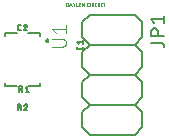
<source format=gbr>
G04 EAGLE Gerber RS-274X export*
G75*
%MOMM*%
%FSLAX34Y34*%
%LPD*%
%INSilkscreen Top*%
%IPPOS*%
%AMOC8*
5,1,8,0,0,1.08239X$1,22.5*%
G01*
%ADD10C,0.025400*%
%ADD11C,0.127000*%
%ADD12C,0.200000*%
%ADD13C,0.101600*%
%ADD14C,0.152400*%


D10*
X75057Y134239D02*
X75057Y137033D01*
X75833Y137033D01*
X75888Y137031D01*
X75943Y137025D01*
X75998Y137015D01*
X76052Y137002D01*
X76104Y136984D01*
X76155Y136963D01*
X76205Y136938D01*
X76253Y136910D01*
X76298Y136878D01*
X76341Y136843D01*
X76382Y136806D01*
X76419Y136765D01*
X76454Y136722D01*
X76486Y136677D01*
X76514Y136629D01*
X76539Y136579D01*
X76560Y136528D01*
X76578Y136476D01*
X76591Y136422D01*
X76601Y136367D01*
X76607Y136312D01*
X76609Y136257D01*
X76609Y135015D01*
X76607Y134962D01*
X76602Y134909D01*
X76593Y134857D01*
X76580Y134806D01*
X76564Y134755D01*
X76545Y134706D01*
X76522Y134658D01*
X76496Y134612D01*
X76467Y134567D01*
X76435Y134525D01*
X76400Y134485D01*
X76363Y134448D01*
X76323Y134413D01*
X76280Y134381D01*
X76236Y134352D01*
X76190Y134326D01*
X76142Y134303D01*
X76093Y134284D01*
X76042Y134268D01*
X75991Y134255D01*
X75939Y134246D01*
X75886Y134241D01*
X75833Y134239D01*
X75057Y134239D01*
X77736Y134239D02*
X78668Y137033D01*
X79599Y134239D01*
X79366Y134938D02*
X77969Y134938D01*
X80480Y137033D02*
X81411Y135714D01*
X82342Y137033D01*
X81411Y135714D02*
X81411Y134239D01*
X83475Y134239D02*
X83475Y137033D01*
X83475Y134239D02*
X84717Y134239D01*
X85852Y134239D02*
X87094Y134239D01*
X85852Y134239D02*
X85852Y137033D01*
X87094Y137033D01*
X86784Y135791D02*
X85852Y135791D01*
X88224Y137033D02*
X88224Y134239D01*
X89776Y134239D02*
X88224Y137033D01*
X89776Y137033D02*
X89776Y134239D01*
X93135Y134239D02*
X93755Y134239D01*
X93135Y134239D02*
X93086Y134241D01*
X93038Y134247D01*
X92990Y134256D01*
X92943Y134269D01*
X92897Y134286D01*
X92853Y134307D01*
X92811Y134331D01*
X92770Y134358D01*
X92732Y134388D01*
X92696Y134421D01*
X92663Y134457D01*
X92633Y134495D01*
X92606Y134536D01*
X92582Y134578D01*
X92561Y134622D01*
X92544Y134668D01*
X92531Y134715D01*
X92522Y134763D01*
X92516Y134811D01*
X92514Y134860D01*
X92514Y136412D01*
X92516Y136461D01*
X92522Y136509D01*
X92531Y136557D01*
X92544Y136604D01*
X92561Y136650D01*
X92582Y136694D01*
X92606Y136736D01*
X92633Y136777D01*
X92663Y136815D01*
X92696Y136851D01*
X92732Y136884D01*
X92770Y136914D01*
X92811Y136941D01*
X92853Y136965D01*
X92897Y136986D01*
X92943Y137003D01*
X92990Y137016D01*
X93038Y137025D01*
X93086Y137031D01*
X93135Y137033D01*
X93755Y137033D01*
X95035Y137033D02*
X95035Y134239D01*
X94725Y134239D02*
X95346Y134239D01*
X95346Y137033D02*
X94725Y137033D01*
X96563Y137033D02*
X96563Y134239D01*
X96563Y137033D02*
X97339Y137033D01*
X97394Y137031D01*
X97449Y137025D01*
X97504Y137015D01*
X97558Y137002D01*
X97610Y136984D01*
X97661Y136963D01*
X97711Y136938D01*
X97759Y136910D01*
X97804Y136878D01*
X97847Y136843D01*
X97888Y136806D01*
X97925Y136765D01*
X97960Y136722D01*
X97992Y136677D01*
X98020Y136629D01*
X98045Y136579D01*
X98066Y136528D01*
X98084Y136476D01*
X98097Y136422D01*
X98107Y136367D01*
X98113Y136312D01*
X98115Y136257D01*
X98113Y136202D01*
X98107Y136147D01*
X98097Y136092D01*
X98084Y136038D01*
X98066Y135986D01*
X98045Y135935D01*
X98020Y135885D01*
X97992Y135837D01*
X97960Y135792D01*
X97925Y135749D01*
X97888Y135708D01*
X97847Y135671D01*
X97804Y135636D01*
X97759Y135604D01*
X97711Y135576D01*
X97661Y135551D01*
X97610Y135530D01*
X97558Y135512D01*
X97504Y135499D01*
X97449Y135489D01*
X97394Y135483D01*
X97339Y135481D01*
X96563Y135481D01*
X97495Y135481D02*
X98115Y134239D01*
X99901Y134239D02*
X100522Y134239D01*
X99901Y134239D02*
X99852Y134241D01*
X99804Y134247D01*
X99756Y134256D01*
X99709Y134269D01*
X99663Y134286D01*
X99619Y134307D01*
X99577Y134331D01*
X99536Y134358D01*
X99498Y134388D01*
X99462Y134421D01*
X99429Y134457D01*
X99399Y134495D01*
X99372Y134536D01*
X99348Y134578D01*
X99327Y134622D01*
X99310Y134668D01*
X99297Y134715D01*
X99288Y134763D01*
X99282Y134811D01*
X99280Y134860D01*
X99280Y136412D01*
X99282Y136461D01*
X99288Y136509D01*
X99297Y136557D01*
X99310Y136604D01*
X99327Y136650D01*
X99348Y136694D01*
X99372Y136736D01*
X99399Y136777D01*
X99429Y136815D01*
X99462Y136851D01*
X99498Y136884D01*
X99536Y136914D01*
X99577Y136941D01*
X99619Y136965D01*
X99663Y136986D01*
X99709Y137003D01*
X99756Y137016D01*
X99804Y137025D01*
X99852Y137031D01*
X99901Y137033D01*
X100522Y137033D01*
X101666Y137033D02*
X101666Y135015D01*
X101668Y134960D01*
X101674Y134905D01*
X101684Y134850D01*
X101697Y134796D01*
X101715Y134744D01*
X101736Y134693D01*
X101761Y134643D01*
X101789Y134595D01*
X101821Y134550D01*
X101856Y134507D01*
X101893Y134466D01*
X101934Y134429D01*
X101977Y134394D01*
X102022Y134362D01*
X102070Y134334D01*
X102120Y134309D01*
X102171Y134288D01*
X102223Y134270D01*
X102277Y134257D01*
X102332Y134247D01*
X102387Y134241D01*
X102442Y134239D01*
X102497Y134241D01*
X102552Y134247D01*
X102607Y134257D01*
X102661Y134270D01*
X102713Y134288D01*
X102764Y134309D01*
X102814Y134334D01*
X102862Y134362D01*
X102907Y134394D01*
X102950Y134429D01*
X102991Y134466D01*
X103028Y134507D01*
X103063Y134550D01*
X103095Y134595D01*
X103123Y134643D01*
X103148Y134693D01*
X103169Y134744D01*
X103187Y134796D01*
X103200Y134850D01*
X103210Y134905D01*
X103216Y134960D01*
X103218Y135015D01*
X103218Y137033D01*
X104728Y137033D02*
X104728Y134239D01*
X105038Y134239D02*
X104417Y134239D01*
X104417Y137033D02*
X105038Y137033D01*
X106739Y137033D02*
X106739Y134239D01*
X105963Y137033D02*
X107516Y137033D01*
D11*
X89281Y100104D02*
X89281Y99032D01*
X89279Y98967D01*
X89273Y98903D01*
X89263Y98839D01*
X89250Y98775D01*
X89232Y98713D01*
X89211Y98652D01*
X89187Y98592D01*
X89158Y98534D01*
X89126Y98477D01*
X89091Y98423D01*
X89053Y98371D01*
X89011Y98321D01*
X88967Y98274D01*
X88920Y98230D01*
X88870Y98188D01*
X88818Y98150D01*
X88764Y98115D01*
X88707Y98083D01*
X88649Y98054D01*
X88589Y98030D01*
X88528Y98009D01*
X88466Y97991D01*
X88402Y97978D01*
X88338Y97968D01*
X88274Y97962D01*
X88209Y97960D01*
X88209Y97959D02*
X85527Y97959D01*
X85462Y97961D01*
X85398Y97967D01*
X85334Y97977D01*
X85270Y97990D01*
X85208Y98008D01*
X85147Y98029D01*
X85087Y98054D01*
X85028Y98082D01*
X84972Y98114D01*
X84917Y98149D01*
X84865Y98187D01*
X84815Y98229D01*
X84768Y98273D01*
X84724Y98320D01*
X84682Y98370D01*
X84644Y98422D01*
X84609Y98477D01*
X84577Y98533D01*
X84549Y98592D01*
X84524Y98651D01*
X84503Y98713D01*
X84485Y98775D01*
X84472Y98839D01*
X84462Y98903D01*
X84456Y98967D01*
X84454Y99032D01*
X84455Y99032D02*
X84455Y100104D01*
X85527Y102560D02*
X84455Y103900D01*
X89281Y103900D01*
X89281Y102560D02*
X89281Y105241D01*
X36604Y113919D02*
X35532Y113919D01*
X35467Y113921D01*
X35403Y113927D01*
X35339Y113937D01*
X35275Y113950D01*
X35213Y113968D01*
X35152Y113989D01*
X35092Y114013D01*
X35034Y114042D01*
X34977Y114074D01*
X34923Y114109D01*
X34871Y114147D01*
X34821Y114189D01*
X34774Y114233D01*
X34730Y114280D01*
X34688Y114330D01*
X34650Y114382D01*
X34615Y114436D01*
X34583Y114493D01*
X34554Y114551D01*
X34530Y114611D01*
X34509Y114672D01*
X34491Y114734D01*
X34478Y114798D01*
X34468Y114862D01*
X34462Y114926D01*
X34460Y114991D01*
X34459Y114991D02*
X34459Y117673D01*
X34460Y117673D02*
X34462Y117738D01*
X34468Y117802D01*
X34478Y117866D01*
X34491Y117930D01*
X34509Y117992D01*
X34530Y118053D01*
X34554Y118113D01*
X34583Y118171D01*
X34615Y118228D01*
X34650Y118282D01*
X34688Y118334D01*
X34730Y118384D01*
X34774Y118431D01*
X34821Y118475D01*
X34871Y118517D01*
X34923Y118555D01*
X34977Y118590D01*
X35034Y118622D01*
X35092Y118651D01*
X35152Y118675D01*
X35213Y118696D01*
X35275Y118714D01*
X35339Y118727D01*
X35403Y118737D01*
X35467Y118743D01*
X35532Y118745D01*
X36604Y118745D01*
X40534Y118745D02*
X40602Y118743D01*
X40669Y118737D01*
X40736Y118728D01*
X40803Y118715D01*
X40868Y118698D01*
X40933Y118677D01*
X40996Y118653D01*
X41058Y118625D01*
X41118Y118594D01*
X41176Y118560D01*
X41232Y118522D01*
X41287Y118482D01*
X41338Y118438D01*
X41387Y118391D01*
X41434Y118342D01*
X41478Y118291D01*
X41518Y118236D01*
X41556Y118180D01*
X41590Y118122D01*
X41621Y118062D01*
X41649Y118000D01*
X41673Y117937D01*
X41694Y117872D01*
X41711Y117807D01*
X41724Y117740D01*
X41733Y117673D01*
X41739Y117606D01*
X41741Y117538D01*
X40534Y118745D02*
X40456Y118743D01*
X40378Y118737D01*
X40301Y118727D01*
X40224Y118714D01*
X40148Y118696D01*
X40073Y118675D01*
X39999Y118650D01*
X39927Y118621D01*
X39856Y118589D01*
X39787Y118553D01*
X39719Y118514D01*
X39654Y118471D01*
X39591Y118425D01*
X39530Y118376D01*
X39472Y118324D01*
X39417Y118269D01*
X39364Y118212D01*
X39315Y118152D01*
X39268Y118089D01*
X39225Y118025D01*
X39185Y117958D01*
X39148Y117889D01*
X39115Y117818D01*
X39085Y117746D01*
X39059Y117673D01*
X41339Y116600D02*
X41388Y116649D01*
X41435Y116701D01*
X41478Y116756D01*
X41519Y116813D01*
X41557Y116872D01*
X41591Y116933D01*
X41622Y116996D01*
X41650Y117060D01*
X41674Y117126D01*
X41694Y117192D01*
X41711Y117260D01*
X41724Y117329D01*
X41733Y117398D01*
X41739Y117468D01*
X41741Y117538D01*
X41339Y116600D02*
X39060Y113919D01*
X41741Y113919D01*
X43100Y66400D02*
X53100Y66400D01*
X53100Y68900D01*
X33100Y66400D02*
X23100Y66400D01*
X23100Y68900D01*
X23100Y108900D02*
X23100Y111400D01*
X33100Y111400D01*
X43100Y111400D02*
X53100Y111400D01*
X53100Y108900D01*
D12*
X58100Y105190D02*
X58102Y105253D01*
X58108Y105315D01*
X58118Y105377D01*
X58131Y105439D01*
X58149Y105499D01*
X58170Y105558D01*
X58195Y105616D01*
X58224Y105672D01*
X58256Y105726D01*
X58291Y105778D01*
X58329Y105827D01*
X58371Y105875D01*
X58415Y105919D01*
X58463Y105961D01*
X58512Y105999D01*
X58564Y106034D01*
X58618Y106066D01*
X58674Y106095D01*
X58732Y106120D01*
X58791Y106141D01*
X58851Y106159D01*
X58913Y106172D01*
X58975Y106182D01*
X59037Y106188D01*
X59100Y106190D01*
X59163Y106188D01*
X59225Y106182D01*
X59287Y106172D01*
X59349Y106159D01*
X59409Y106141D01*
X59468Y106120D01*
X59526Y106095D01*
X59582Y106066D01*
X59636Y106034D01*
X59688Y105999D01*
X59737Y105961D01*
X59785Y105919D01*
X59829Y105875D01*
X59871Y105827D01*
X59909Y105778D01*
X59944Y105726D01*
X59976Y105672D01*
X60005Y105616D01*
X60030Y105558D01*
X60051Y105499D01*
X60069Y105439D01*
X60082Y105377D01*
X60092Y105315D01*
X60098Y105253D01*
X60100Y105190D01*
X60098Y105127D01*
X60092Y105065D01*
X60082Y105003D01*
X60069Y104941D01*
X60051Y104881D01*
X60030Y104822D01*
X60005Y104764D01*
X59976Y104708D01*
X59944Y104654D01*
X59909Y104602D01*
X59871Y104553D01*
X59829Y104505D01*
X59785Y104461D01*
X59737Y104419D01*
X59688Y104381D01*
X59636Y104346D01*
X59582Y104314D01*
X59526Y104285D01*
X59468Y104260D01*
X59409Y104239D01*
X59349Y104221D01*
X59287Y104208D01*
X59225Y104198D01*
X59163Y104192D01*
X59100Y104190D01*
X59037Y104192D01*
X58975Y104198D01*
X58913Y104208D01*
X58851Y104221D01*
X58791Y104239D01*
X58732Y104260D01*
X58674Y104285D01*
X58618Y104314D01*
X58564Y104346D01*
X58512Y104381D01*
X58463Y104419D01*
X58415Y104461D01*
X58371Y104505D01*
X58329Y104553D01*
X58291Y104602D01*
X58256Y104654D01*
X58224Y104708D01*
X58195Y104764D01*
X58170Y104822D01*
X58149Y104881D01*
X58131Y104941D01*
X58118Y105003D01*
X58108Y105065D01*
X58102Y105127D01*
X58100Y105190D01*
D13*
X63468Y100060D02*
X71906Y100060D01*
X71906Y100059D02*
X72019Y100061D01*
X72132Y100067D01*
X72245Y100077D01*
X72358Y100091D01*
X72470Y100108D01*
X72581Y100130D01*
X72691Y100155D01*
X72801Y100185D01*
X72909Y100218D01*
X73016Y100255D01*
X73122Y100295D01*
X73226Y100340D01*
X73329Y100388D01*
X73430Y100439D01*
X73529Y100494D01*
X73626Y100552D01*
X73721Y100614D01*
X73814Y100679D01*
X73904Y100747D01*
X73992Y100818D01*
X74078Y100893D01*
X74161Y100970D01*
X74241Y101050D01*
X74318Y101133D01*
X74393Y101219D01*
X74464Y101307D01*
X74532Y101397D01*
X74597Y101490D01*
X74659Y101585D01*
X74717Y101682D01*
X74772Y101781D01*
X74823Y101882D01*
X74871Y101985D01*
X74916Y102089D01*
X74956Y102195D01*
X74993Y102302D01*
X75026Y102410D01*
X75056Y102520D01*
X75081Y102630D01*
X75103Y102741D01*
X75120Y102853D01*
X75134Y102966D01*
X75144Y103079D01*
X75150Y103192D01*
X75152Y103305D01*
X75150Y103418D01*
X75144Y103531D01*
X75134Y103644D01*
X75120Y103757D01*
X75103Y103869D01*
X75081Y103980D01*
X75056Y104090D01*
X75026Y104200D01*
X74993Y104308D01*
X74956Y104415D01*
X74916Y104521D01*
X74871Y104625D01*
X74823Y104728D01*
X74772Y104829D01*
X74717Y104928D01*
X74659Y105025D01*
X74597Y105120D01*
X74532Y105213D01*
X74464Y105303D01*
X74393Y105391D01*
X74318Y105477D01*
X74241Y105560D01*
X74161Y105640D01*
X74078Y105717D01*
X73992Y105792D01*
X73904Y105863D01*
X73814Y105931D01*
X73721Y105996D01*
X73626Y106058D01*
X73529Y106116D01*
X73430Y106171D01*
X73329Y106222D01*
X73226Y106270D01*
X73122Y106315D01*
X73016Y106355D01*
X72909Y106392D01*
X72801Y106425D01*
X72691Y106455D01*
X72581Y106480D01*
X72470Y106502D01*
X72358Y106519D01*
X72245Y106533D01*
X72132Y106543D01*
X72019Y106549D01*
X71906Y106551D01*
X63468Y106551D01*
X66064Y111871D02*
X63468Y115116D01*
X75152Y115116D01*
X75152Y111871D02*
X75152Y118362D01*
D14*
X88900Y120650D02*
X95250Y127000D01*
X88900Y107950D02*
X95250Y101600D01*
X88900Y95250D01*
X88900Y82550D02*
X95250Y76200D01*
X88900Y69850D01*
X88900Y57150D02*
X95250Y50800D01*
X95250Y127000D02*
X133350Y127000D01*
X139700Y120650D01*
X139700Y107950D01*
X133350Y101600D01*
X139700Y95250D01*
X139700Y82550D01*
X133350Y76200D01*
X139700Y69850D01*
X139700Y57150D01*
X133350Y50800D01*
X133350Y101600D02*
X95250Y101600D01*
X95250Y76200D02*
X133350Y76200D01*
X133350Y50800D02*
X95250Y50800D01*
X88900Y57150D02*
X88900Y69850D01*
X88900Y82550D02*
X88900Y95250D01*
X88900Y107950D02*
X88900Y120650D01*
X95250Y50800D02*
X88900Y44450D01*
X88900Y31750D02*
X95250Y25400D01*
X133350Y50800D02*
X139700Y44450D01*
X139700Y31750D01*
X133350Y25400D01*
X95250Y25400D01*
X88900Y31750D02*
X88900Y44450D01*
D11*
X146685Y103176D02*
X155575Y103176D01*
X155675Y103174D01*
X155774Y103168D01*
X155874Y103158D01*
X155972Y103145D01*
X156071Y103127D01*
X156168Y103106D01*
X156264Y103081D01*
X156360Y103052D01*
X156454Y103019D01*
X156547Y102983D01*
X156638Y102943D01*
X156728Y102899D01*
X156816Y102852D01*
X156902Y102802D01*
X156986Y102748D01*
X157068Y102691D01*
X157147Y102631D01*
X157225Y102567D01*
X157299Y102501D01*
X157371Y102432D01*
X157440Y102360D01*
X157506Y102286D01*
X157570Y102208D01*
X157630Y102129D01*
X157687Y102047D01*
X157741Y101963D01*
X157791Y101877D01*
X157838Y101789D01*
X157882Y101699D01*
X157922Y101608D01*
X157958Y101515D01*
X157991Y101421D01*
X158020Y101325D01*
X158045Y101229D01*
X158066Y101132D01*
X158084Y101033D01*
X158097Y100935D01*
X158107Y100835D01*
X158113Y100736D01*
X158115Y100636D01*
X158115Y99366D01*
X158115Y109157D02*
X146685Y109157D01*
X146685Y112332D01*
X146687Y112443D01*
X146693Y112553D01*
X146702Y112664D01*
X146716Y112774D01*
X146733Y112883D01*
X146754Y112992D01*
X146779Y113100D01*
X146808Y113207D01*
X146840Y113313D01*
X146876Y113418D01*
X146916Y113521D01*
X146959Y113623D01*
X147006Y113724D01*
X147057Y113823D01*
X147110Y113919D01*
X147167Y114014D01*
X147228Y114107D01*
X147291Y114198D01*
X147358Y114287D01*
X147428Y114373D01*
X147501Y114456D01*
X147576Y114538D01*
X147654Y114616D01*
X147736Y114691D01*
X147819Y114764D01*
X147905Y114834D01*
X147994Y114901D01*
X148085Y114964D01*
X148178Y115025D01*
X148273Y115082D01*
X148369Y115135D01*
X148468Y115186D01*
X148569Y115233D01*
X148671Y115276D01*
X148774Y115316D01*
X148879Y115352D01*
X148985Y115384D01*
X149092Y115413D01*
X149200Y115438D01*
X149309Y115459D01*
X149418Y115476D01*
X149528Y115490D01*
X149639Y115499D01*
X149749Y115505D01*
X149860Y115507D01*
X149971Y115505D01*
X150081Y115499D01*
X150192Y115490D01*
X150302Y115476D01*
X150411Y115459D01*
X150520Y115438D01*
X150628Y115413D01*
X150735Y115384D01*
X150841Y115352D01*
X150946Y115316D01*
X151049Y115276D01*
X151151Y115233D01*
X151252Y115186D01*
X151351Y115135D01*
X151448Y115082D01*
X151542Y115025D01*
X151635Y114964D01*
X151726Y114901D01*
X151815Y114834D01*
X151901Y114764D01*
X151984Y114691D01*
X152066Y114616D01*
X152144Y114538D01*
X152219Y114456D01*
X152292Y114373D01*
X152362Y114287D01*
X152429Y114198D01*
X152492Y114107D01*
X152553Y114014D01*
X152610Y113920D01*
X152663Y113823D01*
X152714Y113724D01*
X152761Y113623D01*
X152804Y113521D01*
X152844Y113418D01*
X152880Y113313D01*
X152912Y113207D01*
X152941Y113100D01*
X152966Y112992D01*
X152987Y112883D01*
X153004Y112774D01*
X153018Y112664D01*
X153027Y112553D01*
X153033Y112443D01*
X153035Y112332D01*
X153035Y109157D01*
X149225Y120015D02*
X146685Y123190D01*
X158115Y123190D01*
X158115Y120015D02*
X158115Y126365D01*
X35318Y66421D02*
X35318Y61595D01*
X35318Y66421D02*
X36659Y66421D01*
X36730Y66419D01*
X36802Y66413D01*
X36872Y66404D01*
X36942Y66391D01*
X37012Y66374D01*
X37080Y66353D01*
X37147Y66329D01*
X37213Y66301D01*
X37277Y66270D01*
X37340Y66235D01*
X37400Y66197D01*
X37459Y66156D01*
X37515Y66112D01*
X37569Y66065D01*
X37620Y66016D01*
X37668Y65963D01*
X37714Y65908D01*
X37756Y65851D01*
X37796Y65791D01*
X37832Y65730D01*
X37865Y65666D01*
X37894Y65601D01*
X37920Y65535D01*
X37943Y65467D01*
X37962Y65398D01*
X37977Y65328D01*
X37988Y65258D01*
X37996Y65187D01*
X38000Y65116D01*
X38000Y65044D01*
X37996Y64973D01*
X37988Y64902D01*
X37977Y64832D01*
X37962Y64762D01*
X37943Y64693D01*
X37920Y64625D01*
X37894Y64559D01*
X37865Y64494D01*
X37832Y64430D01*
X37796Y64369D01*
X37756Y64309D01*
X37714Y64252D01*
X37668Y64197D01*
X37620Y64144D01*
X37569Y64095D01*
X37515Y64048D01*
X37459Y64004D01*
X37400Y63963D01*
X37340Y63925D01*
X37277Y63890D01*
X37213Y63859D01*
X37147Y63831D01*
X37080Y63807D01*
X37012Y63786D01*
X36942Y63769D01*
X36872Y63756D01*
X36802Y63747D01*
X36730Y63741D01*
X36659Y63739D01*
X36659Y63740D02*
X35318Y63740D01*
X36927Y63740D02*
X37999Y61595D01*
X40741Y65349D02*
X42081Y66421D01*
X42081Y61595D01*
X40741Y61595D02*
X43422Y61595D01*
X34048Y51181D02*
X34048Y46355D01*
X34048Y51181D02*
X35389Y51181D01*
X35460Y51179D01*
X35532Y51173D01*
X35602Y51164D01*
X35672Y51151D01*
X35742Y51134D01*
X35810Y51113D01*
X35877Y51089D01*
X35943Y51061D01*
X36007Y51030D01*
X36070Y50995D01*
X36130Y50957D01*
X36189Y50916D01*
X36245Y50872D01*
X36299Y50825D01*
X36350Y50776D01*
X36398Y50723D01*
X36444Y50668D01*
X36486Y50611D01*
X36526Y50551D01*
X36562Y50490D01*
X36595Y50426D01*
X36624Y50361D01*
X36650Y50295D01*
X36673Y50227D01*
X36692Y50158D01*
X36707Y50088D01*
X36718Y50018D01*
X36726Y49947D01*
X36730Y49876D01*
X36730Y49804D01*
X36726Y49733D01*
X36718Y49662D01*
X36707Y49592D01*
X36692Y49522D01*
X36673Y49453D01*
X36650Y49385D01*
X36624Y49319D01*
X36595Y49254D01*
X36562Y49190D01*
X36526Y49129D01*
X36486Y49069D01*
X36444Y49012D01*
X36398Y48957D01*
X36350Y48904D01*
X36299Y48855D01*
X36245Y48808D01*
X36189Y48764D01*
X36130Y48723D01*
X36070Y48685D01*
X36007Y48650D01*
X35943Y48619D01*
X35877Y48591D01*
X35810Y48567D01*
X35742Y48546D01*
X35672Y48529D01*
X35602Y48516D01*
X35532Y48507D01*
X35460Y48501D01*
X35389Y48499D01*
X35389Y48500D02*
X34048Y48500D01*
X35657Y48500D02*
X36729Y46355D01*
X40945Y51181D02*
X41013Y51179D01*
X41080Y51173D01*
X41147Y51164D01*
X41214Y51151D01*
X41279Y51134D01*
X41344Y51113D01*
X41407Y51089D01*
X41469Y51061D01*
X41529Y51030D01*
X41587Y50996D01*
X41643Y50958D01*
X41698Y50918D01*
X41749Y50874D01*
X41798Y50827D01*
X41845Y50778D01*
X41889Y50727D01*
X41929Y50672D01*
X41967Y50616D01*
X42001Y50558D01*
X42032Y50498D01*
X42060Y50436D01*
X42084Y50373D01*
X42105Y50308D01*
X42122Y50243D01*
X42135Y50176D01*
X42144Y50109D01*
X42150Y50042D01*
X42152Y49974D01*
X40945Y51181D02*
X40867Y51179D01*
X40789Y51173D01*
X40712Y51163D01*
X40635Y51150D01*
X40559Y51132D01*
X40484Y51111D01*
X40410Y51086D01*
X40338Y51057D01*
X40267Y51025D01*
X40198Y50989D01*
X40130Y50950D01*
X40065Y50907D01*
X40002Y50861D01*
X39941Y50812D01*
X39883Y50760D01*
X39828Y50705D01*
X39775Y50648D01*
X39726Y50588D01*
X39679Y50525D01*
X39636Y50461D01*
X39596Y50394D01*
X39559Y50325D01*
X39526Y50254D01*
X39496Y50182D01*
X39470Y50109D01*
X41750Y49036D02*
X41799Y49085D01*
X41846Y49137D01*
X41889Y49192D01*
X41930Y49249D01*
X41968Y49308D01*
X42002Y49369D01*
X42033Y49432D01*
X42061Y49496D01*
X42085Y49562D01*
X42105Y49628D01*
X42122Y49696D01*
X42135Y49765D01*
X42144Y49834D01*
X42150Y49904D01*
X42152Y49974D01*
X41750Y49036D02*
X39471Y46355D01*
X42152Y46355D01*
M02*

</source>
